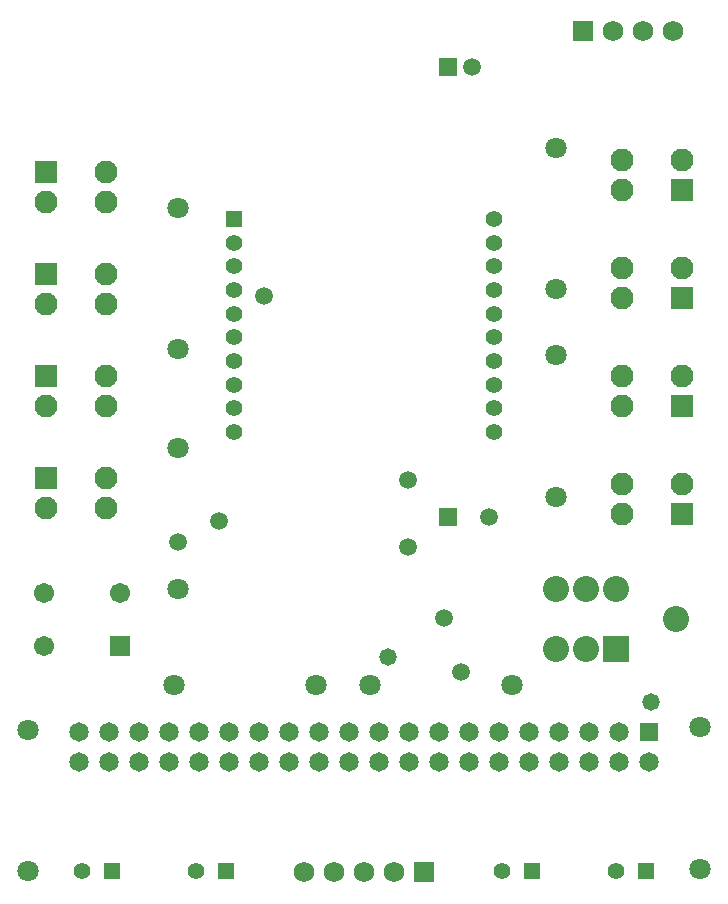
<source format=gbs>
%FSLAX44Y44*%
%MOMM*%
G71*
G01*
G75*
G04 Layer_Color=16711935*
%ADD10R,0.9500X1.9000*%
%ADD11R,5.5000X6.9000*%
%ADD12R,0.9000X0.9500*%
%ADD13R,0.9000X0.9500*%
%ADD14C,0.3000*%
%ADD15C,1.6000*%
%ADD16R,1.3000X1.3000*%
%ADD17C,1.3000*%
%ADD18C,1.6500*%
%ADD19R,1.6500X1.6500*%
%ADD20C,1.2000*%
%ADD21R,1.2000X1.2000*%
%ADD22C,1.5000*%
%ADD23R,1.5000X1.5000*%
%ADD24R,1.5240X1.5240*%
%ADD25C,1.5240*%
%ADD26C,2.0000*%
%ADD27R,2.0000X2.0000*%
%ADD28R,1.2000X1.2000*%
%ADD29R,1.7500X1.7500*%
%ADD30C,1.7500*%
%ADD31C,1.2700*%
%ADD32C,0.2000*%
%ADD33C,0.2500*%
%ADD34C,0.2540*%
%ADD35R,19.0754X0.3302*%
%ADD36R,18.9738X0.0254*%
%ADD37R,3.0988X0.0254*%
%ADD38R,3.7338X0.0254*%
%ADD39R,1.8034X0.0254*%
%ADD40R,0.9398X0.0254*%
%ADD41R,3.4036X0.0254*%
%ADD42R,3.3782X0.0254*%
%ADD43R,5.9182X0.0254*%
%ADD44R,1.1684X0.0254*%
%ADD45R,3.4544X0.0254*%
%ADD46R,5.9944X0.0254*%
%ADD47R,1.2192X0.0254*%
%ADD48R,3.4544X0.0508*%
%ADD49R,3.4798X0.0254*%
%ADD50R,6.0198X0.0254*%
%ADD51R,3.5814X0.0254*%
%ADD52R,6.1468X0.0254*%
%ADD53R,3.6068X0.0508*%
%ADD54R,3.6068X0.0254*%
%ADD55R,6.1722X0.0254*%
%ADD56R,3.6830X0.0254*%
%ADD57R,3.6322X0.0254*%
%ADD58R,6.1976X0.0254*%
%ADD59R,1.2446X0.1016*%
%ADD60R,3.7084X0.0254*%
%ADD61R,6.2484X0.0254*%
%ADD62R,3.7592X0.0254*%
%ADD63R,6.2738X0.0254*%
%ADD64R,1.2446X0.0508*%
%ADD65R,0.2286X0.0254*%
%ADD66R,0.3556X0.0254*%
%ADD67R,0.2794X0.0254*%
%ADD68R,0.4318X0.0254*%
%ADD69R,0.2540X0.0254*%
%ADD70R,0.3302X0.0254*%
%ADD71R,0.4572X0.0254*%
%ADD72R,0.2032X0.0254*%
%ADD73R,0.2032X0.0508*%
%ADD74R,0.3302X0.0508*%
%ADD75R,0.2286X0.0508*%
%ADD76R,0.2540X0.0508*%
%ADD77R,0.3810X0.0254*%
%ADD78R,0.2794X0.0508*%
%ADD79R,0.2032X0.0762*%
%ADD80R,0.3810X0.0508*%
%ADD81R,0.3048X0.0254*%
%ADD82R,0.2540X0.0762*%
%ADD83R,0.2794X0.0762*%
%ADD84R,0.2032X0.1270*%
%ADD85R,0.3048X0.0508*%
%ADD86R,2.6416X0.0254*%
%ADD87R,2.3876X0.0254*%
%ADD88R,0.2032X0.3302*%
%ADD89R,2.6670X0.0254*%
%ADD90R,2.4384X0.0254*%
%ADD91R,2.7432X0.0254*%
%ADD92R,1.6510X0.0254*%
%ADD93R,2.7686X0.0254*%
%ADD94R,1.7780X0.0254*%
%ADD95R,2.7940X0.0254*%
%ADD96R,2.8448X0.0254*%
%ADD97R,1.8796X0.0254*%
%ADD98R,2.8194X0.0508*%
%ADD99R,1.9050X0.0508*%
%ADD100R,1.9558X0.0508*%
%ADD101R,0.2286X0.0762*%
%ADD102R,0.2286X0.1270*%
%ADD103R,0.2032X0.4318*%
%ADD104R,0.2032X0.1016*%
%ADD105R,0.2286X0.5842*%
%ADD106R,2.8448X0.0508*%
%ADD107R,2.9210X0.0254*%
%ADD108R,2.8702X0.0254*%
%ADD109R,2.8956X0.0508*%
%ADD110R,0.2032X0.1524*%
%ADD111R,2.9210X0.1016*%
%ADD112R,2.8956X0.0254*%
%ADD113R,0.5334X0.0508*%
%ADD114R,2.5146X0.0254*%
%ADD115R,0.2286X0.1016*%
%ADD116R,0.4064X0.0254*%
%ADD117R,0.3556X0.0508*%
%ADD118R,0.1524X0.0254*%
%ADD119R,0.1270X0.0254*%
%ADD120R,0.0508X0.0254*%
%ADD121R,0.0254X0.0254*%
%ADD122R,1.5748X0.0254*%
%ADD123R,1.5494X0.0254*%
%ADD124R,1.6256X0.0254*%
%ADD125R,1.6510X0.0762*%
%ADD126R,1.6764X0.0254*%
%ADD127R,1.6256X0.0508*%
%ADD128R,1.6764X0.1778*%
%ADD129R,1.4478X0.0254*%
%ADD130R,0.2286X0.3810*%
%ADD131R,1.8796X0.0762*%
%ADD132R,1.8288X0.0508*%
%ADD133R,1.7018X0.0254*%
%ADD134R,0.4318X0.0508*%
%ADD135R,0.8890X0.0254*%
%ADD136R,0.2540X0.1016*%
%ADD137R,0.9144X0.0254*%
%ADD138R,0.8128X0.0254*%
%ADD139R,0.8382X0.0254*%
%ADD140R,0.8636X0.0254*%
%ADD141R,0.9652X0.0254*%
%ADD142R,0.2032X0.1778*%
%ADD143R,0.2032X0.2032*%
%ADD144R,1.5240X0.0254*%
%ADD145R,1.7526X0.0254*%
%ADD146R,1.9050X0.0254*%
%ADD147R,0.2794X0.1016*%
%ADD148R,1.9304X0.0508*%
%ADD149R,1.7018X0.0508*%
%ADD150R,1.6764X0.0762*%
%ADD151R,1.6002X0.0508*%
%ADD152R,1.4986X0.0254*%
%ADD153R,1.4732X0.0254*%
%ADD154R,1.4478X0.0508*%
%ADD155R,0.2032X0.3048*%
%ADD156R,0.4826X0.0254*%
%ADD157R,0.5588X0.0508*%
%ADD158R,3.4290X0.0254*%
%ADD159R,0.5080X0.0254*%
%ADD160R,3.3782X0.0508*%
%ADD161R,0.5334X0.0254*%
%ADD162R,3.1496X0.0254*%
%ADD163R,3.2258X0.0254*%
%ADD164R,3.1750X0.0254*%
%ADD165R,3.0226X0.0254*%
%ADD166R,2.8194X0.0254*%
%ADD167R,1.8288X0.0254*%
%ADD168R,1.8034X0.0508*%
%ADD169R,1.6002X0.0254*%
%ADD170R,0.2032X0.5334*%
%ADD171R,0.1778X0.0254*%
%ADD172R,1.9812X0.0254*%
%ADD173R,4.2418X0.0508*%
%ADD174R,4.2164X0.0254*%
%ADD175R,4.1402X0.0254*%
%ADD176R,4.1148X0.0254*%
%ADD177R,4.0132X0.0254*%
%ADD178R,1.2192X0.1270*%
%ADD179R,2.0066X0.1270*%
%ADD180R,3.9624X0.0254*%
%ADD181R,3.9116X0.0254*%
%ADD182R,1.1430X0.0254*%
%ADD183R,1.9558X0.0254*%
%ADD184R,19.0754X0.2794*%
%ADD185R,1.1532X2.1032*%
%ADD186R,5.7032X7.1032*%
%ADD187R,1.1032X1.1532*%
%ADD188R,1.1032X1.1532*%
%ADD189C,1.8032*%
%ADD190R,1.5032X1.5032*%
%ADD191C,1.5032*%
%ADD192C,1.4032*%
%ADD193R,1.4032X1.4032*%
%ADD194C,1.7032*%
%ADD195R,1.7032X1.7032*%
%ADD196R,1.7272X1.7272*%
%ADD197C,1.7272*%
%ADD198C,2.2032*%
%ADD199R,2.2032X2.2032*%
%ADD200R,1.4032X1.4032*%
%ADD201R,1.9532X1.9532*%
%ADD202C,1.9532*%
%ADD203C,1.4732*%
G54D18*
X68700Y168700D02*
D03*
Y143300D02*
D03*
X94100Y168700D02*
D03*
Y143300D02*
D03*
X119500Y168700D02*
D03*
Y143300D02*
D03*
X144900Y168700D02*
D03*
Y143300D02*
D03*
X170300Y168700D02*
D03*
Y143300D02*
D03*
X195700Y168700D02*
D03*
Y143300D02*
D03*
X221100Y168700D02*
D03*
Y143300D02*
D03*
X246500Y168700D02*
D03*
Y143300D02*
D03*
X271900Y168700D02*
D03*
Y143300D02*
D03*
X297300Y168700D02*
D03*
Y143300D02*
D03*
X322700Y168700D02*
D03*
Y143300D02*
D03*
X348100Y168700D02*
D03*
Y143300D02*
D03*
X373500Y168700D02*
D03*
Y143300D02*
D03*
X398900Y168700D02*
D03*
Y143300D02*
D03*
X424300Y168700D02*
D03*
Y143300D02*
D03*
X449700Y168700D02*
D03*
Y143300D02*
D03*
X475100Y168700D02*
D03*
Y143300D02*
D03*
X500500Y168700D02*
D03*
Y143300D02*
D03*
X525900Y168700D02*
D03*
Y143300D02*
D03*
X551300D02*
D03*
G54D19*
Y168700D02*
D03*
G54D189*
X594360Y172720D02*
D03*
Y52720D02*
D03*
X472440Y543560D02*
D03*
Y663560D02*
D03*
Y487680D02*
D03*
Y367680D02*
D03*
X152400Y492760D02*
D03*
Y612760D02*
D03*
Y289560D02*
D03*
Y409560D02*
D03*
X25400Y50800D02*
D03*
Y170800D02*
D03*
X269240Y208280D02*
D03*
X149240D02*
D03*
X314960D02*
D03*
X434960D02*
D03*
G54D190*
X381000Y731520D02*
D03*
Y350520D02*
D03*
G54D191*
X401000Y731520D02*
D03*
X416000Y350520D02*
D03*
X152500Y330000D02*
D03*
X391820Y219242D02*
D03*
X225000Y537800D02*
D03*
X187500Y347500D02*
D03*
X347500Y325000D02*
D03*
X347500Y382500D02*
D03*
X377500Y265000D02*
D03*
G54D192*
X71120Y50800D02*
D03*
X167640D02*
D03*
X523240D02*
D03*
X426720D02*
D03*
X199880Y422920D02*
D03*
Y442920D02*
D03*
Y462920D02*
D03*
Y482920D02*
D03*
Y502920D02*
D03*
Y522920D02*
D03*
Y542920D02*
D03*
Y562920D02*
D03*
Y582920D02*
D03*
X419880Y422920D02*
D03*
Y442920D02*
D03*
Y462920D02*
D03*
Y482920D02*
D03*
Y502920D02*
D03*
Y522920D02*
D03*
Y542920D02*
D03*
Y562920D02*
D03*
Y582920D02*
D03*
Y602920D02*
D03*
G54D193*
X96520Y50800D02*
D03*
X193040D02*
D03*
X548640D02*
D03*
X452120D02*
D03*
G54D194*
X103620Y286660D02*
D03*
X38620Y241660D02*
D03*
Y286660D02*
D03*
G54D195*
X103620Y241660D02*
D03*
G54D196*
X360800Y50000D02*
D03*
X495300Y762000D02*
D03*
G54D197*
X335400Y50000D02*
D03*
X310000D02*
D03*
X284600D02*
D03*
X259200D02*
D03*
X571500Y762000D02*
D03*
X520700D02*
D03*
X546100D02*
D03*
G54D198*
X472440Y238760D02*
D03*
X497840Y289560D02*
D03*
X472440D02*
D03*
X523240D02*
D03*
X497840Y238760D02*
D03*
X574040Y264160D02*
D03*
G54D199*
X523240Y238760D02*
D03*
G54D200*
X199880Y602920D02*
D03*
G54D201*
X41040Y556260D02*
D03*
Y469900D02*
D03*
Y383540D02*
D03*
X578720Y627380D02*
D03*
Y535940D02*
D03*
Y444500D02*
D03*
Y353060D02*
D03*
X41040Y642620D02*
D03*
G54D202*
X91040Y556260D02*
D03*
Y530860D02*
D03*
X41040D02*
D03*
X91040Y469900D02*
D03*
Y444500D02*
D03*
X41040D02*
D03*
X91040Y383540D02*
D03*
Y358140D02*
D03*
X41040D02*
D03*
X528720Y627380D02*
D03*
Y652780D02*
D03*
X578720D02*
D03*
X528720Y535940D02*
D03*
Y561340D02*
D03*
X578720D02*
D03*
X528720Y444500D02*
D03*
Y469900D02*
D03*
X578720D02*
D03*
X528720Y353060D02*
D03*
Y378460D02*
D03*
X578720D02*
D03*
X91040Y642620D02*
D03*
Y617220D02*
D03*
X41040D02*
D03*
G54D203*
X552482Y193842D02*
D03*
X330000Y232500D02*
D03*
M02*

</source>
